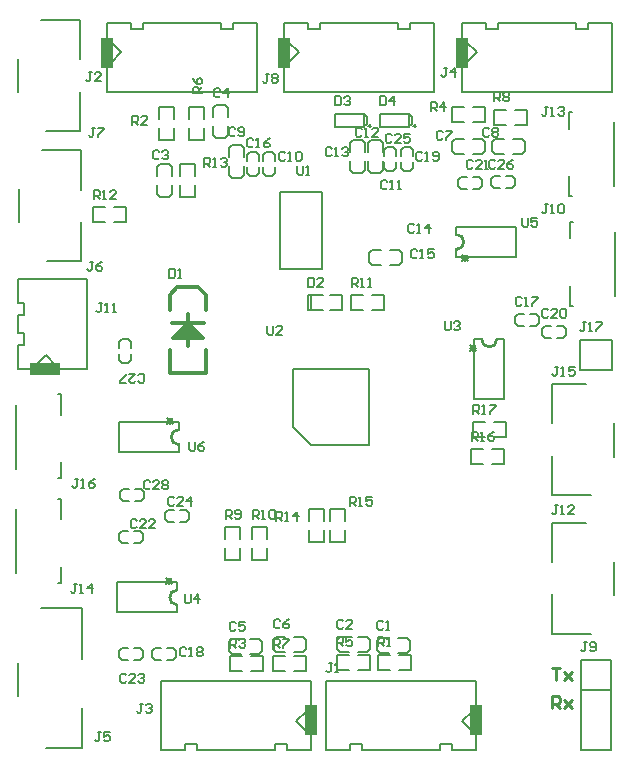
<source format=gto>
G04*
G04 #@! TF.GenerationSoftware,Altium Limited,Altium Designer,18.1.9 (240)*
G04*
G04 Layer_Color=65535*
%FSLAX24Y24*%
%MOIN*%
G70*
G01*
G75*
%ADD10C,0.0100*%
%ADD11C,0.0050*%
%ADD12C,0.0080*%
%ADD13C,0.0060*%
%ADD14C,0.0079*%
%ADD15C,0.0120*%
%ADD16R,0.0400X0.1000*%
%ADD17R,0.1000X0.0400*%
G36*
X16051Y39246D02*
Y39506D01*
X15571D01*
Y39246D01*
X16051D01*
D01*
D02*
G37*
D10*
X24750Y42200D02*
G03*
X24750Y42700I0J250D01*
G01*
X15450Y30850D02*
G03*
X15450Y30350I0J-250D01*
G01*
X15500Y36194D02*
G03*
X15500Y35694I0J-250D01*
G01*
X25600Y39200D02*
G03*
X26100Y39200I250J0D01*
G01*
X27950Y28250D02*
X28217D01*
X28083D01*
Y27850D01*
X28350Y28117D02*
X28616Y27850D01*
X28483Y27983D01*
X28616Y28117D01*
X28350Y27850D01*
X27950Y26900D02*
Y27300D01*
X28150D01*
X28217Y27233D01*
Y27100D01*
X28150Y27033D01*
X27950D01*
X28083D02*
X28217Y26900D01*
X28350Y27167D02*
X28616Y26900D01*
X28483Y27033D01*
X28616Y27167D01*
X28350Y26900D01*
D11*
X17772Y44745D02*
Y44945D01*
Y44745D02*
X17872Y44645D01*
X18072D01*
X18172Y44745D01*
Y44945D01*
X17772Y45145D02*
Y45345D01*
X17872Y45445D01*
X18022D01*
X18072D01*
X18172Y45345D01*
Y45145D02*
Y45345D01*
X15166Y45050D02*
X15266Y44950D01*
Y44650D02*
Y44950D01*
X14766Y44650D02*
Y44950D01*
X14866Y45050D01*
X15166D01*
Y43950D02*
X15266Y44050D01*
Y44350D01*
X14766Y44050D02*
Y44350D01*
Y44050D02*
X14866Y43950D01*
X15166D01*
X21805Y44850D02*
X21905Y44750D01*
X21805Y44850D02*
Y45150D01*
X22305Y44850D02*
Y45150D01*
X22205Y44750D02*
X22305Y44850D01*
X21905Y44750D02*
X22205D01*
X21805Y45750D02*
X21905Y45850D01*
X21805Y45450D02*
Y45750D01*
X22305Y45450D02*
Y45750D01*
X22205Y45850D02*
X22305Y45750D01*
X21905Y45850D02*
X22205D01*
X21216Y44850D02*
X21316Y44750D01*
X21216Y44850D02*
Y45150D01*
X21716Y44850D02*
Y45150D01*
X21616Y44750D02*
X21716Y44850D01*
X21316Y44750D02*
X21616D01*
X21216Y45750D02*
X21316Y45850D01*
X21216Y45450D02*
Y45750D01*
X21716Y45450D02*
Y45750D01*
X21616Y45850D02*
X21716Y45750D01*
X21316Y45850D02*
X21616D01*
X22850Y41675D02*
X22950Y41775D01*
X22550Y41675D02*
X22850D01*
X22550Y42175D02*
X22850D01*
X22950Y42075D01*
Y41775D02*
Y42075D01*
X21850Y41775D02*
X21950Y41675D01*
X22250D01*
X21950Y42175D02*
X22250D01*
X21850Y42075D02*
X21950Y42175D01*
X21850Y41775D02*
Y42075D01*
X22900Y44900D02*
Y45100D01*
Y44900D02*
X23000Y44800D01*
X23200D01*
X23300Y44900D01*
Y45100D01*
X22900Y45300D02*
Y45500D01*
X23000Y45600D01*
X23150D01*
X23200D01*
X23300Y45500D01*
Y45300D02*
Y45500D01*
X26396Y44250D02*
X26596D01*
X26696Y44350D01*
Y44550D01*
X26596Y44650D02*
X26696Y44550D01*
X26396Y44650D02*
X26596D01*
X25996Y44250D02*
X26196D01*
X25896Y44350D02*
X25996Y44250D01*
X25896Y44350D02*
Y44500D01*
Y44550D01*
X25996Y44650D01*
X26196D01*
X25300Y44200D02*
X25500D01*
X25600Y44300D01*
Y44500D01*
X25500Y44600D02*
X25600Y44500D01*
X25300Y44600D02*
X25500D01*
X24900Y44200D02*
X25100D01*
X24800Y44300D02*
X24900Y44200D01*
X24800Y44300D02*
Y44450D01*
Y44500D01*
X24900Y44600D01*
X25100D01*
X25950Y45795D02*
X26050Y45895D01*
X26350D01*
X26050Y45395D02*
X26350D01*
X25950Y45495D02*
X26050Y45395D01*
X25950Y45495D02*
Y45795D01*
X26950Y45895D02*
X27050Y45795D01*
X26650Y45895D02*
X26950D01*
X26650Y45395D02*
X26950D01*
X27050Y45495D01*
Y45795D01*
X24600D02*
X24700Y45895D01*
X25000D01*
X24700Y45395D02*
X25000D01*
X24600Y45495D02*
X24700Y45395D01*
X24600Y45495D02*
Y45795D01*
X25600Y45895D02*
X25700Y45795D01*
X25300Y45895D02*
X25600D01*
X25300Y45395D02*
X25600D01*
X25700Y45495D01*
Y45795D01*
X22350Y44900D02*
Y45100D01*
Y44900D02*
X22450Y44800D01*
X22650D01*
X22750Y44900D01*
Y45100D01*
X22350Y45300D02*
Y45500D01*
X22450Y45600D01*
X22600D01*
X22650D01*
X22750Y45500D01*
Y45300D02*
Y45500D01*
X13600Y32800D02*
X13800D01*
X13500Y32700D02*
X13600Y32800D01*
X13500Y32500D02*
Y32700D01*
Y32500D02*
X13600Y32400D01*
X13800D01*
X14000Y32800D02*
X14200D01*
X14300Y32700D01*
Y32550D02*
Y32700D01*
Y32500D02*
Y32550D01*
X14200Y32400D02*
X14300Y32500D01*
X14000Y32400D02*
X14200D01*
X13500Y38500D02*
Y38700D01*
Y38500D02*
X13600Y38400D01*
X13800D01*
X13900Y38500D01*
Y38700D01*
X13500Y38900D02*
Y39100D01*
X13600Y39200D01*
X13750D01*
X13800D01*
X13900Y39100D01*
Y38900D02*
Y39100D01*
X15550Y33100D02*
X15750D01*
X15850Y33200D01*
Y33400D01*
X15750Y33500D02*
X15850Y33400D01*
X15550Y33500D02*
X15750D01*
X15150Y33100D02*
X15350D01*
X15050Y33200D02*
X15150Y33100D01*
X15050Y33200D02*
Y33350D01*
Y33400D01*
X15150Y33500D01*
X15350D01*
X13650Y34200D02*
X13850D01*
X13550Y34100D02*
X13650Y34200D01*
X13550Y33900D02*
Y34100D01*
Y33900D02*
X13650Y33800D01*
X13850D01*
X14050Y34200D02*
X14250D01*
X14350Y34100D01*
Y33950D02*
Y34100D01*
Y33900D02*
Y33950D01*
X14250Y33800D02*
X14350Y33900D01*
X14050Y33800D02*
X14250D01*
X14700Y28900D02*
X14900D01*
X14600Y28800D02*
X14700Y28900D01*
X14600Y28600D02*
Y28800D01*
Y28600D02*
X14700Y28500D01*
X14900D01*
X15100Y28900D02*
X15300D01*
X15400Y28800D01*
Y28650D02*
Y28800D01*
Y28600D02*
Y28650D01*
X15300Y28500D02*
X15400Y28600D01*
X15100Y28500D02*
X15300D01*
X13600Y28900D02*
X13800D01*
X13500Y28800D02*
X13600Y28900D01*
X13500Y28600D02*
Y28800D01*
Y28600D02*
X13600Y28500D01*
X13800D01*
X14000Y28900D02*
X14200D01*
X14300Y28800D01*
Y28650D02*
Y28800D01*
Y28600D02*
Y28650D01*
X14200Y28500D02*
X14300Y28600D01*
X14000Y28500D02*
X14200D01*
X20765Y29180D02*
X20865Y29280D01*
X21165D01*
X20865Y28780D02*
X21165D01*
X20765Y28880D02*
X20865Y28780D01*
X20765Y28880D02*
Y29180D01*
X21765Y29280D02*
X21865Y29180D01*
X21465Y29280D02*
X21765D01*
X21465Y28780D02*
X21765D01*
X21865Y28880D01*
Y29180D01*
X22100Y29150D02*
X22200Y29250D01*
X22500D01*
X22200Y28750D02*
X22500D01*
X22100Y28850D02*
X22200Y28750D01*
X22100Y28850D02*
Y29150D01*
X23100Y29250D02*
X23200Y29150D01*
X22800Y29250D02*
X23100D01*
X22800Y28750D02*
X23100D01*
X23200Y28850D01*
Y29150D01*
X18650Y29197D02*
X18750Y29297D01*
X19050D01*
X18750Y28797D02*
X19050D01*
X18650Y28897D02*
X18750Y28797D01*
X18650Y28897D02*
Y29197D01*
X19650Y29297D02*
X19750Y29197D01*
X19350Y29297D02*
X19650D01*
X19350Y28797D02*
X19650D01*
X19750Y28897D01*
Y29197D01*
X17184Y29125D02*
X17284Y29225D01*
X17584D01*
X17284Y28725D02*
X17584D01*
X17184Y28825D02*
X17284Y28725D01*
X17184Y28825D02*
Y29125D01*
X18184Y29225D02*
X18284Y29125D01*
X17884Y29225D02*
X18184D01*
X17884Y28725D02*
X18184D01*
X18284Y28825D01*
Y29125D01*
X16650Y46000D02*
X16750Y45900D01*
X16650Y46000D02*
Y46300D01*
X17150Y46000D02*
Y46300D01*
X17050Y45900D02*
X17150Y46000D01*
X16750Y45900D02*
X17050D01*
X16650Y46900D02*
X16750Y47000D01*
X16650Y46600D02*
Y46900D01*
X17150Y46600D02*
Y46900D01*
X17050Y47000D02*
X17150Y46900D01*
X16750Y47000D02*
X17050D01*
X17572Y45693D02*
X17672Y45593D01*
Y45293D02*
Y45593D01*
X17172Y45293D02*
Y45593D01*
X17272Y45693D01*
X17572D01*
Y44593D02*
X17672Y44693D01*
Y44993D01*
X17172Y44693D02*
Y44993D01*
Y44693D02*
X17272Y44593D01*
X17572D01*
X21820Y46320D02*
X21900D01*
X21860Y46270D02*
Y46370D01*
X23320Y46320D02*
X23400D01*
X23360Y46270D02*
Y46370D01*
X27200Y39650D02*
X27400D01*
X27500Y39750D01*
Y39950D01*
X27400Y40050D02*
X27500Y39950D01*
X27200Y40050D02*
X27400D01*
X26800Y39650D02*
X27000D01*
X26700Y39750D02*
X26800Y39650D01*
X26700Y39750D02*
Y39900D01*
Y39950D01*
X26800Y40050D01*
X27000D01*
X27700Y39650D02*
X27900D01*
X27600Y39550D02*
X27700Y39650D01*
X27600Y39350D02*
Y39550D01*
Y39350D02*
X27700Y39250D01*
X27900D01*
X28100Y39650D02*
X28300D01*
X28400Y39550D01*
Y39400D02*
Y39550D01*
Y39350D02*
Y39400D01*
X28300Y39250D02*
X28400Y39350D01*
X28100Y39250D02*
X28300D01*
X18322Y44745D02*
Y44945D01*
Y44745D02*
X18422Y44645D01*
X18472D01*
X18622D01*
X18722Y44745D01*
Y44945D01*
X18322Y45145D02*
Y45345D01*
X18422Y45445D01*
X18622D01*
X18722Y45345D01*
Y45145D02*
Y45345D01*
X24940Y41810D02*
X25140Y42010D01*
Y41810D02*
X24940Y42010D01*
X25040Y41810D02*
Y42010D01*
X25140Y41910D02*
X24940D01*
X15260Y31240D02*
X15060Y31040D01*
Y31240D02*
X15260Y31040D01*
X15160Y31240D02*
Y31040D01*
X15060Y31140D02*
X15260D01*
X15310Y36584D02*
X15110Y36384D01*
Y36584D02*
X15310Y36384D01*
X15210Y36584D02*
Y36384D01*
X15110Y36484D02*
X15310D01*
X25210Y39010D02*
X25410Y38810D01*
X25210D02*
X25410Y39010D01*
X25210Y38910D02*
X25410D01*
X25310Y38810D02*
Y39010D01*
X14300Y27050D02*
X14200D01*
X14250D01*
Y26800D01*
X14200Y26750D01*
X14150D01*
X14100Y26800D01*
X14400Y27000D02*
X14450Y27050D01*
X14550D01*
X14600Y27000D01*
Y26950D01*
X14550Y26900D01*
X14500D01*
X14550D01*
X14600Y26850D01*
Y26800D01*
X14550Y26750D01*
X14450D01*
X14400Y26800D01*
X12600Y48100D02*
X12500D01*
X12550D01*
Y47850D01*
X12500Y47800D01*
X12450D01*
X12400Y47850D01*
X12900Y47800D02*
X12700D01*
X12900Y48000D01*
Y48050D01*
X12850Y48100D01*
X12750D01*
X12700Y48050D01*
X15850Y35794D02*
Y35544D01*
X15900Y35494D01*
X16000D01*
X16050Y35544D01*
Y35794D01*
X16350D02*
X16250Y35744D01*
X16150Y35644D01*
Y35544D01*
X16200Y35494D01*
X16300D01*
X16350Y35544D01*
Y35594D01*
X16300Y35644D01*
X16150D01*
X26946Y43250D02*
Y43000D01*
X26996Y42950D01*
X27096D01*
X27146Y43000D01*
Y43250D01*
X27446D02*
X27246D01*
Y43100D01*
X27346Y43150D01*
X27396D01*
X27446Y43100D01*
Y43000D01*
X27396Y42950D01*
X27296D01*
X27246Y43000D01*
X15700Y30700D02*
Y30450D01*
X15750Y30400D01*
X15850D01*
X15900Y30450D01*
Y30700D01*
X16150Y30400D02*
Y30700D01*
X16000Y30550D01*
X16200D01*
X24360Y39800D02*
Y39550D01*
X24410Y39500D01*
X24510D01*
X24560Y39550D01*
Y39800D01*
X24660Y39750D02*
X24710Y39800D01*
X24810D01*
X24860Y39750D01*
Y39700D01*
X24810Y39650D01*
X24760D01*
X24810D01*
X24860Y39600D01*
Y39550D01*
X24810Y39500D01*
X24710D01*
X24660Y39550D01*
X18458Y39665D02*
Y39415D01*
X18508Y39365D01*
X18608D01*
X18658Y39415D01*
Y39665D01*
X18958Y39365D02*
X18758D01*
X18958Y39565D01*
Y39615D01*
X18908Y39665D01*
X18808D01*
X18758Y39615D01*
X19450Y44995D02*
Y44745D01*
X19500Y44695D01*
X19600D01*
X19650Y44745D01*
Y44995D01*
X19750Y44695D02*
X19850D01*
X19800D01*
Y44995D01*
X19750Y44945D01*
X25320Y36730D02*
Y37030D01*
X25470D01*
X25520Y36980D01*
Y36880D01*
X25470Y36830D01*
X25320D01*
X25420D02*
X25520Y36730D01*
X25620D02*
X25720D01*
X25670D01*
Y37030D01*
X25620Y36980D01*
X25870Y37030D02*
X26070D01*
Y36980D01*
X25870Y36780D01*
Y36730D01*
X25266Y35830D02*
Y36130D01*
X25416D01*
X25466Y36080D01*
Y35980D01*
X25416Y35930D01*
X25266D01*
X25366D02*
X25466Y35830D01*
X25566D02*
X25666D01*
X25616D01*
Y36130D01*
X25566Y36080D01*
X26016Y36130D02*
X25916Y36080D01*
X25816Y35980D01*
Y35880D01*
X25866Y35830D01*
X25966D01*
X26016Y35880D01*
Y35930D01*
X25966Y35980D01*
X25816D01*
X21195Y33650D02*
Y33950D01*
X21345D01*
X21395Y33900D01*
Y33800D01*
X21345Y33750D01*
X21195D01*
X21295D02*
X21395Y33650D01*
X21495D02*
X21595D01*
X21545D01*
Y33950D01*
X21495Y33900D01*
X21945Y33950D02*
X21745D01*
Y33800D01*
X21845Y33850D01*
X21895D01*
X21945Y33800D01*
Y33700D01*
X21895Y33650D01*
X21795D01*
X21745Y33700D01*
X18750Y33150D02*
Y33450D01*
X18900D01*
X18950Y33400D01*
Y33300D01*
X18900Y33250D01*
X18750D01*
X18850D02*
X18950Y33150D01*
X19050D02*
X19150D01*
X19100D01*
Y33450D01*
X19050Y33400D01*
X19450Y33150D02*
Y33450D01*
X19300Y33300D01*
X19500D01*
X16350Y44950D02*
Y45250D01*
X16500D01*
X16550Y45200D01*
Y45100D01*
X16500Y45050D01*
X16350D01*
X16450D02*
X16550Y44950D01*
X16650D02*
X16750D01*
X16700D01*
Y45250D01*
X16650Y45200D01*
X16900D02*
X16950Y45250D01*
X17050D01*
X17100Y45200D01*
Y45150D01*
X17050Y45100D01*
X17000D01*
X17050D01*
X17100Y45050D01*
Y45000D01*
X17050Y44950D01*
X16950D01*
X16900Y45000D01*
X12670Y43880D02*
Y44180D01*
X12820D01*
X12870Y44130D01*
Y44030D01*
X12820Y43980D01*
X12670D01*
X12770D02*
X12870Y43880D01*
X12970D02*
X13070D01*
X13020D01*
Y44180D01*
X12970Y44130D01*
X13420Y43880D02*
X13220D01*
X13420Y44080D01*
Y44130D01*
X13370Y44180D01*
X13270D01*
X13220Y44130D01*
X21266Y40955D02*
Y41255D01*
X21416D01*
X21466Y41205D01*
Y41105D01*
X21416Y41055D01*
X21266D01*
X21366D02*
X21466Y40955D01*
X21566D02*
X21666D01*
X21616D01*
Y41255D01*
X21566Y41205D01*
X21816Y40955D02*
X21916D01*
X21866D01*
Y41255D01*
X21816Y41205D01*
X17970Y33230D02*
Y33530D01*
X18120D01*
X18170Y33480D01*
Y33380D01*
X18120Y33330D01*
X17970D01*
X18070D02*
X18170Y33230D01*
X18270D02*
X18370D01*
X18320D01*
Y33530D01*
X18270Y33480D01*
X18520D02*
X18570Y33530D01*
X18670D01*
X18720Y33480D01*
Y33280D01*
X18670Y33230D01*
X18570D01*
X18520Y33280D01*
Y33480D01*
X17070Y33230D02*
Y33530D01*
X17220D01*
X17270Y33480D01*
Y33380D01*
X17220Y33330D01*
X17070D01*
X17170D02*
X17270Y33230D01*
X17370Y33280D02*
X17420Y33230D01*
X17520D01*
X17570Y33280D01*
Y33480D01*
X17520Y33530D01*
X17420D01*
X17370Y33480D01*
Y33430D01*
X17420Y33380D01*
X17570D01*
X26016Y47140D02*
Y47440D01*
X26166D01*
X26216Y47390D01*
Y47290D01*
X26166Y47240D01*
X26016D01*
X26116D02*
X26216Y47140D01*
X26316Y47390D02*
X26366Y47440D01*
X26466D01*
X26516Y47390D01*
Y47340D01*
X26466Y47290D01*
X26516Y47240D01*
Y47190D01*
X26466Y47140D01*
X26366D01*
X26316Y47190D01*
Y47240D01*
X26366Y47290D01*
X26316Y47340D01*
Y47390D01*
X26366Y47290D02*
X26466D01*
X18670Y28927D02*
Y29227D01*
X18820D01*
X18870Y29177D01*
Y29077D01*
X18820Y29027D01*
X18670D01*
X18770D02*
X18870Y28927D01*
X18970Y29227D02*
X19170D01*
Y29177D01*
X18970Y28977D01*
Y28927D01*
X16260Y47400D02*
X15960D01*
Y47550D01*
X16010Y47600D01*
X16110D01*
X16160Y47550D01*
Y47400D01*
Y47500D02*
X16260Y47600D01*
X15960Y47900D02*
X16010Y47800D01*
X16110Y47700D01*
X16210D01*
X16260Y47750D01*
Y47850D01*
X16210Y47900D01*
X16160D01*
X16110Y47850D01*
Y47700D01*
X20781Y28977D02*
Y29277D01*
X20931D01*
X20981Y29227D01*
Y29127D01*
X20931Y29077D01*
X20781D01*
X20881D02*
X20981Y28977D01*
X21281Y29277D02*
X21081D01*
Y29127D01*
X21181Y29177D01*
X21231D01*
X21281Y29127D01*
Y29027D01*
X21231Y28977D01*
X21131D01*
X21081Y29027D01*
X23900Y46800D02*
Y47100D01*
X24050D01*
X24100Y47050D01*
Y46950D01*
X24050Y46900D01*
X23900D01*
X24000D02*
X24100Y46800D01*
X24350D02*
Y47100D01*
X24200Y46950D01*
X24400D01*
X17220Y28925D02*
Y29225D01*
X17370D01*
X17420Y29175D01*
Y29075D01*
X17370Y29025D01*
X17220D01*
X17320D02*
X17420Y28925D01*
X17520Y29175D02*
X17570Y29225D01*
X17670D01*
X17720Y29175D01*
Y29125D01*
X17670Y29075D01*
X17620D01*
X17670D01*
X17720Y29025D01*
Y28975D01*
X17670Y28925D01*
X17570D01*
X17520Y28975D01*
X13950Y46350D02*
Y46650D01*
X14100D01*
X14150Y46600D01*
Y46500D01*
X14100Y46450D01*
X13950D01*
X14050D02*
X14150Y46350D01*
X14450D02*
X14250D01*
X14450Y46550D01*
Y46600D01*
X14400Y46650D01*
X14300D01*
X14250Y46600D01*
X22143Y28975D02*
Y29275D01*
X22293D01*
X22343Y29225D01*
Y29125D01*
X22293Y29075D01*
X22143D01*
X22243D02*
X22343Y28975D01*
X22443D02*
X22543D01*
X22493D01*
Y29275D01*
X22443Y29225D01*
X29060Y39781D02*
X28960D01*
X29010D01*
Y39531D01*
X28960Y39481D01*
X28910D01*
X28860Y39531D01*
X29160Y39481D02*
X29260D01*
X29210D01*
Y39781D01*
X29160Y39731D01*
X29410Y39781D02*
X29610D01*
Y39731D01*
X29410Y39531D01*
Y39481D01*
X12150Y34550D02*
X12050D01*
X12100D01*
Y34300D01*
X12050Y34250D01*
X12000D01*
X11950Y34300D01*
X12250Y34250D02*
X12350D01*
X12300D01*
Y34550D01*
X12250Y34500D01*
X12700Y34550D02*
X12600Y34500D01*
X12500Y34400D01*
Y34300D01*
X12550Y34250D01*
X12650D01*
X12700Y34300D01*
Y34350D01*
X12650Y34400D01*
X12500D01*
X28150Y38288D02*
X28050D01*
X28100D01*
Y38038D01*
X28050Y37988D01*
X28000D01*
X27950Y38038D01*
X28250Y37988D02*
X28350D01*
X28300D01*
Y38288D01*
X28250Y38238D01*
X28700Y38288D02*
X28500D01*
Y38138D01*
X28600Y38188D01*
X28650D01*
X28700Y38138D01*
Y38038D01*
X28650Y37988D01*
X28550D01*
X28500Y38038D01*
X12100Y31050D02*
X12000D01*
X12050D01*
Y30800D01*
X12000Y30750D01*
X11950D01*
X11900Y30800D01*
X12200Y30750D02*
X12300D01*
X12250D01*
Y31050D01*
X12200Y31000D01*
X12600Y30750D02*
Y31050D01*
X12450Y30900D01*
X12650D01*
X27800Y46950D02*
X27700D01*
X27750D01*
Y46700D01*
X27700Y46650D01*
X27650D01*
X27600Y46700D01*
X27900Y46650D02*
X28000D01*
X27950D01*
Y46950D01*
X27900Y46900D01*
X28150D02*
X28200Y46950D01*
X28300D01*
X28350Y46900D01*
Y46850D01*
X28300Y46800D01*
X28250D01*
X28300D01*
X28350Y46750D01*
Y46700D01*
X28300Y46650D01*
X28200D01*
X28150Y46700D01*
X28142Y33678D02*
X28042D01*
X28092D01*
Y33428D01*
X28042Y33378D01*
X27992D01*
X27942Y33428D01*
X28242Y33378D02*
X28342D01*
X28292D01*
Y33678D01*
X28242Y33628D01*
X28691Y33378D02*
X28492D01*
X28691Y33578D01*
Y33628D01*
X28642Y33678D01*
X28542D01*
X28492Y33628D01*
X12950Y40400D02*
X12850D01*
X12900D01*
Y40150D01*
X12850Y40100D01*
X12800D01*
X12750Y40150D01*
X13050Y40100D02*
X13150D01*
X13100D01*
Y40400D01*
X13050Y40350D01*
X13300Y40100D02*
X13400D01*
X13350D01*
Y40400D01*
X13300Y40350D01*
X27800Y43700D02*
X27700D01*
X27750D01*
Y43450D01*
X27700Y43400D01*
X27650D01*
X27600Y43450D01*
X27900Y43400D02*
X28000D01*
X27950D01*
Y43700D01*
X27900Y43650D01*
X28150D02*
X28200Y43700D01*
X28300D01*
X28350Y43650D01*
Y43450D01*
X28300Y43400D01*
X28200D01*
X28150Y43450D01*
Y43650D01*
X29100Y29100D02*
X29000D01*
X29050D01*
Y28850D01*
X29000Y28800D01*
X28950D01*
X28900Y28850D01*
X29200D02*
X29250Y28800D01*
X29350D01*
X29400Y28850D01*
Y29050D01*
X29350Y29100D01*
X29250D01*
X29200Y29050D01*
Y29000D01*
X29250Y28950D01*
X29400D01*
X18500Y48050D02*
X18400D01*
X18450D01*
Y47800D01*
X18400Y47750D01*
X18350D01*
X18300Y47800D01*
X18600Y48000D02*
X18650Y48050D01*
X18750D01*
X18800Y48000D01*
Y47950D01*
X18750Y47900D01*
X18800Y47850D01*
Y47800D01*
X18750Y47750D01*
X18650D01*
X18600Y47800D01*
Y47850D01*
X18650Y47900D01*
X18600Y47950D01*
Y48000D01*
X18650Y47900D02*
X18750D01*
X12708Y46252D02*
X12608D01*
X12658D01*
Y46002D01*
X12608Y45952D01*
X12558D01*
X12508Y46002D01*
X12808Y46252D02*
X13008D01*
Y46202D01*
X12808Y46002D01*
Y45952D01*
X12650Y41797D02*
X12550D01*
X12600D01*
Y41547D01*
X12550Y41497D01*
X12500D01*
X12450Y41547D01*
X12950Y41797D02*
X12850Y41747D01*
X12750Y41647D01*
Y41547D01*
X12800Y41497D01*
X12900D01*
X12950Y41547D01*
Y41597D01*
X12900Y41647D01*
X12750D01*
X12900Y26100D02*
X12800D01*
X12850D01*
Y25850D01*
X12800Y25800D01*
X12750D01*
X12700Y25850D01*
X13200Y26100D02*
X13000D01*
Y25950D01*
X13100Y26000D01*
X13150D01*
X13200Y25950D01*
Y25850D01*
X13150Y25800D01*
X13050D01*
X13000Y25850D01*
X24450Y48250D02*
X24350D01*
X24400D01*
Y48000D01*
X24350Y47950D01*
X24300D01*
X24250Y48000D01*
X24700Y47950D02*
Y48250D01*
X24550Y48100D01*
X24750D01*
X20625Y28400D02*
X20525D01*
X20575D01*
Y28150D01*
X20525Y28100D01*
X20475D01*
X20425Y28150D01*
X20725Y28100D02*
X20825D01*
X20775D01*
Y28400D01*
X20725Y28350D01*
X22225Y47300D02*
Y47000D01*
X22375D01*
X22425Y47050D01*
Y47250D01*
X22375Y47300D01*
X22225D01*
X22675Y47000D02*
Y47300D01*
X22525Y47150D01*
X22725D01*
X20725Y47300D02*
Y47000D01*
X20875D01*
X20925Y47050D01*
Y47250D01*
X20875Y47300D01*
X20725D01*
X21025Y47250D02*
X21075Y47300D01*
X21175D01*
X21225Y47250D01*
Y47200D01*
X21175Y47150D01*
X21125D01*
X21175D01*
X21225Y47100D01*
Y47050D01*
X21175Y47000D01*
X21075D01*
X21025Y47050D01*
X19820Y41255D02*
Y40955D01*
X19970D01*
X20020Y41005D01*
Y41205D01*
X19970Y41255D01*
X19820D01*
X20320Y40955D02*
X20120D01*
X20320Y41155D01*
Y41205D01*
X20270Y41255D01*
X20170D01*
X20120Y41205D01*
X15190Y41556D02*
Y41256D01*
X15340D01*
X15390Y41306D01*
Y41506D01*
X15340Y41556D01*
X15190D01*
X15490Y41256D02*
X15590D01*
X15540D01*
Y41556D01*
X15490Y41506D01*
X14550Y34450D02*
X14500Y34500D01*
X14400D01*
X14350Y34450D01*
Y34250D01*
X14400Y34200D01*
X14500D01*
X14550Y34250D01*
X14850Y34200D02*
X14650D01*
X14850Y34400D01*
Y34450D01*
X14800Y34500D01*
X14700D01*
X14650Y34450D01*
X14950D02*
X15000Y34500D01*
X15100D01*
X15150Y34450D01*
Y34400D01*
X15100Y34350D01*
X15150Y34300D01*
Y34250D01*
X15100Y34200D01*
X15000D01*
X14950Y34250D01*
Y34300D01*
X15000Y34350D01*
X14950Y34400D01*
Y34450D01*
X15000Y34350D02*
X15100D01*
X14150Y37800D02*
X14200Y37750D01*
X14300D01*
X14350Y37800D01*
Y38000D01*
X14300Y38050D01*
X14200D01*
X14150Y38000D01*
X13850Y38050D02*
X14050D01*
X13850Y37850D01*
Y37800D01*
X13900Y37750D01*
X14000D01*
X14050Y37800D01*
X13750Y37750D02*
X13550D01*
Y37800D01*
X13750Y38000D01*
Y38050D01*
X26050Y45145D02*
X26000Y45195D01*
X25900D01*
X25850Y45145D01*
Y44945D01*
X25900Y44895D01*
X26000D01*
X26050Y44945D01*
X26350Y44895D02*
X26150D01*
X26350Y45095D01*
Y45145D01*
X26300Y45195D01*
X26200D01*
X26150Y45145D01*
X26650Y45195D02*
X26550Y45145D01*
X26450Y45045D01*
Y44945D01*
X26500Y44895D01*
X26600D01*
X26650Y44945D01*
Y44995D01*
X26600Y45045D01*
X26450D01*
X22600Y46000D02*
X22550Y46050D01*
X22450D01*
X22400Y46000D01*
Y45800D01*
X22450Y45750D01*
X22550D01*
X22600Y45800D01*
X22900Y45750D02*
X22700D01*
X22900Y45950D01*
Y46000D01*
X22850Y46050D01*
X22750D01*
X22700Y46000D01*
X23200Y46050D02*
X23000D01*
Y45900D01*
X23100Y45950D01*
X23150D01*
X23200Y45900D01*
Y45800D01*
X23150Y45750D01*
X23050D01*
X23000Y45800D01*
X15350Y33900D02*
X15300Y33950D01*
X15200D01*
X15150Y33900D01*
Y33700D01*
X15200Y33650D01*
X15300D01*
X15350Y33700D01*
X15650Y33650D02*
X15450D01*
X15650Y33850D01*
Y33900D01*
X15600Y33950D01*
X15500D01*
X15450Y33900D01*
X15900Y33650D02*
Y33950D01*
X15750Y33800D01*
X15950D01*
X13750Y28000D02*
X13700Y28050D01*
X13600D01*
X13550Y28000D01*
Y27800D01*
X13600Y27750D01*
X13700D01*
X13750Y27800D01*
X14050Y27750D02*
X13850D01*
X14050Y27950D01*
Y28000D01*
X14000Y28050D01*
X13900D01*
X13850Y28000D01*
X14150D02*
X14200Y28050D01*
X14300D01*
X14350Y28000D01*
Y27950D01*
X14300Y27900D01*
X14250D01*
X14300D01*
X14350Y27850D01*
Y27800D01*
X14300Y27750D01*
X14200D01*
X14150Y27800D01*
X14100Y33150D02*
X14050Y33200D01*
X13950D01*
X13900Y33150D01*
Y32950D01*
X13950Y32900D01*
X14050D01*
X14100Y32950D01*
X14400Y32900D02*
X14200D01*
X14400Y33100D01*
Y33150D01*
X14350Y33200D01*
X14250D01*
X14200Y33150D01*
X14700Y32900D02*
X14500D01*
X14700Y33100D01*
Y33150D01*
X14650Y33200D01*
X14550D01*
X14500Y33150D01*
X25300Y45145D02*
X25250Y45195D01*
X25150D01*
X25100Y45145D01*
Y44945D01*
X25150Y44895D01*
X25250D01*
X25300Y44945D01*
X25600Y44895D02*
X25400D01*
X25600Y45095D01*
Y45145D01*
X25550Y45195D01*
X25450D01*
X25400Y45145D01*
X25700Y44895D02*
X25800D01*
X25750D01*
Y45195D01*
X25700Y45145D01*
X27820Y40180D02*
X27770Y40230D01*
X27670D01*
X27620Y40180D01*
Y39980D01*
X27670Y39930D01*
X27770D01*
X27820Y39980D01*
X28120Y39930D02*
X27920D01*
X28120Y40130D01*
Y40180D01*
X28070Y40230D01*
X27970D01*
X27920Y40180D01*
X28220D02*
X28270Y40230D01*
X28370D01*
X28420Y40180D01*
Y39980D01*
X28370Y39930D01*
X28270D01*
X28220Y39980D01*
Y40180D01*
X23615Y45400D02*
X23565Y45450D01*
X23465D01*
X23415Y45400D01*
Y45200D01*
X23465Y45150D01*
X23565D01*
X23615Y45200D01*
X23715Y45150D02*
X23815D01*
X23765D01*
Y45450D01*
X23715Y45400D01*
X23965Y45200D02*
X24015Y45150D01*
X24115D01*
X24165Y45200D01*
Y45400D01*
X24115Y45450D01*
X24015D01*
X23965Y45400D01*
Y45350D01*
X24015Y45300D01*
X24165D01*
X15750Y28892D02*
X15700Y28942D01*
X15600D01*
X15550Y28892D01*
Y28692D01*
X15600Y28642D01*
X15700D01*
X15750Y28692D01*
X15850Y28642D02*
X15950D01*
X15900D01*
Y28942D01*
X15850Y28892D01*
X16100D02*
X16150Y28942D01*
X16250D01*
X16300Y28892D01*
Y28842D01*
X16250Y28792D01*
X16300Y28742D01*
Y28692D01*
X16250Y28642D01*
X16150D01*
X16100Y28692D01*
Y28742D01*
X16150Y28792D01*
X16100Y28842D01*
Y28892D01*
X16150Y28792D02*
X16250D01*
X26930Y40570D02*
X26880Y40620D01*
X26780D01*
X26730Y40570D01*
Y40370D01*
X26780Y40320D01*
X26880D01*
X26930Y40370D01*
X27030Y40320D02*
X27130D01*
X27080D01*
Y40620D01*
X27030Y40570D01*
X27280Y40620D02*
X27480D01*
Y40570D01*
X27280Y40370D01*
Y40320D01*
X17981Y45850D02*
X17931Y45900D01*
X17831D01*
X17781Y45850D01*
Y45650D01*
X17831Y45600D01*
X17931D01*
X17981Y45650D01*
X18081Y45600D02*
X18181D01*
X18131D01*
Y45900D01*
X18081Y45850D01*
X18530Y45900D02*
X18430Y45850D01*
X18330Y45750D01*
Y45650D01*
X18380Y45600D01*
X18480D01*
X18530Y45650D01*
Y45700D01*
X18480Y45750D01*
X18330D01*
X23450Y42150D02*
X23400Y42200D01*
X23300D01*
X23250Y42150D01*
Y41950D01*
X23300Y41900D01*
X23400D01*
X23450Y41950D01*
X23550Y41900D02*
X23650D01*
X23600D01*
Y42200D01*
X23550Y42150D01*
X24000Y42200D02*
X23800D01*
Y42050D01*
X23900Y42100D01*
X23950D01*
X24000Y42050D01*
Y41950D01*
X23950Y41900D01*
X23850D01*
X23800Y41950D01*
X23350Y43000D02*
X23300Y43050D01*
X23200D01*
X23150Y43000D01*
Y42800D01*
X23200Y42750D01*
X23300D01*
X23350Y42800D01*
X23450Y42750D02*
X23550D01*
X23500D01*
Y43050D01*
X23450Y43000D01*
X23850Y42750D02*
Y43050D01*
X23700Y42900D01*
X23900D01*
X20600Y45550D02*
X20550Y45600D01*
X20450D01*
X20400Y45550D01*
Y45350D01*
X20450Y45300D01*
X20550D01*
X20600Y45350D01*
X20700Y45300D02*
X20800D01*
X20750D01*
Y45600D01*
X20700Y45550D01*
X20950D02*
X21000Y45600D01*
X21100D01*
X21150Y45550D01*
Y45500D01*
X21100Y45450D01*
X21050D01*
X21100D01*
X21150Y45400D01*
Y45350D01*
X21100Y45300D01*
X21000D01*
X20950Y45350D01*
X21600Y46200D02*
X21550Y46250D01*
X21450D01*
X21400Y46200D01*
Y46000D01*
X21450Y45950D01*
X21550D01*
X21600Y46000D01*
X21700Y45950D02*
X21800D01*
X21750D01*
Y46250D01*
X21700Y46200D01*
X22150Y45950D02*
X21950D01*
X22150Y46150D01*
Y46200D01*
X22100Y46250D01*
X22000D01*
X21950Y46200D01*
X22450Y44450D02*
X22400Y44500D01*
X22300D01*
X22250Y44450D01*
Y44250D01*
X22300Y44200D01*
X22400D01*
X22450Y44250D01*
X22550Y44200D02*
X22650D01*
X22600D01*
Y44500D01*
X22550Y44450D01*
X22800Y44200D02*
X22900D01*
X22850D01*
Y44500D01*
X22800Y44450D01*
X19050Y45400D02*
X19000Y45450D01*
X18900D01*
X18850Y45400D01*
Y45200D01*
X18900Y45150D01*
X19000D01*
X19050Y45200D01*
X19150Y45150D02*
X19250D01*
X19200D01*
Y45450D01*
X19150Y45400D01*
X19400D02*
X19450Y45450D01*
X19550D01*
X19600Y45400D01*
Y45200D01*
X19550Y45150D01*
X19450D01*
X19400Y45200D01*
Y45400D01*
X17392Y46223D02*
X17342Y46273D01*
X17242D01*
X17192Y46223D01*
Y46023D01*
X17242Y45973D01*
X17342D01*
X17392Y46023D01*
X17492D02*
X17542Y45973D01*
X17642D01*
X17692Y46023D01*
Y46223D01*
X17642Y46273D01*
X17542D01*
X17492Y46223D01*
Y46173D01*
X17542Y46123D01*
X17692D01*
X25850Y46200D02*
X25800Y46250D01*
X25700D01*
X25650Y46200D01*
Y46000D01*
X25700Y45950D01*
X25800D01*
X25850Y46000D01*
X25950Y46200D02*
X26000Y46250D01*
X26100D01*
X26150Y46200D01*
Y46150D01*
X26100Y46100D01*
X26150Y46050D01*
Y46000D01*
X26100Y45950D01*
X26000D01*
X25950Y46000D01*
Y46050D01*
X26000Y46100D01*
X25950Y46150D01*
Y46200D01*
X26000Y46100D02*
X26100D01*
X24300Y46100D02*
X24250Y46150D01*
X24150D01*
X24100Y46100D01*
Y45900D01*
X24150Y45850D01*
X24250D01*
X24300Y45900D01*
X24400Y46150D02*
X24600D01*
Y46100D01*
X24400Y45900D01*
Y45850D01*
X18880Y29817D02*
X18830Y29867D01*
X18730D01*
X18680Y29817D01*
Y29617D01*
X18730Y29567D01*
X18830D01*
X18880Y29617D01*
X19180Y29867D02*
X19080Y29817D01*
X18980Y29717D01*
Y29617D01*
X19030Y29567D01*
X19130D01*
X19180Y29617D01*
Y29667D01*
X19130Y29717D01*
X18980D01*
X17404Y29748D02*
X17354Y29798D01*
X17254D01*
X17204Y29748D01*
Y29548D01*
X17254Y29498D01*
X17354D01*
X17404Y29548D01*
X17704Y29798D02*
X17504D01*
Y29648D01*
X17604Y29698D01*
X17654D01*
X17704Y29648D01*
Y29548D01*
X17654Y29498D01*
X17554D01*
X17504Y29548D01*
X16880Y47520D02*
X16830Y47570D01*
X16730D01*
X16680Y47520D01*
Y47320D01*
X16730Y47270D01*
X16830D01*
X16880Y47320D01*
X17130Y47270D02*
Y47570D01*
X16980Y47420D01*
X17180D01*
X14850Y45450D02*
X14800Y45500D01*
X14700D01*
X14650Y45450D01*
Y45250D01*
X14700Y45200D01*
X14800D01*
X14850Y45250D01*
X14950Y45450D02*
X15000Y45500D01*
X15100D01*
X15150Y45450D01*
Y45400D01*
X15100Y45350D01*
X15050D01*
X15100D01*
X15150Y45300D01*
Y45250D01*
X15100Y45200D01*
X15000D01*
X14950Y45250D01*
X20986Y29805D02*
X20936Y29855D01*
X20836D01*
X20786Y29805D01*
Y29605D01*
X20836Y29555D01*
X20936D01*
X20986Y29605D01*
X21286Y29555D02*
X21086D01*
X21286Y29755D01*
Y29805D01*
X21236Y29855D01*
X21136D01*
X21086Y29805D01*
X22321Y29775D02*
X22271Y29825D01*
X22171D01*
X22121Y29775D01*
Y29575D01*
X22171Y29525D01*
X22271D01*
X22321Y29575D01*
X22421Y29525D02*
X22521D01*
X22471D01*
Y29825D01*
X22421Y29775D01*
D12*
X18878Y44104D02*
X20280D01*
Y41545D02*
Y44104D01*
X18878Y41545D02*
Y44104D01*
Y41545D02*
X20280D01*
X13226Y48424D02*
X13576Y48774D01*
X13226Y49124D02*
X13576Y48774D01*
X13100Y47450D02*
Y49750D01*
Y47450D02*
X18100D01*
Y49750D01*
X17300Y49550D02*
Y49750D01*
X16900Y49550D02*
X17300D01*
X16900D02*
Y49750D01*
X14300Y49550D02*
Y49750D01*
X13900Y49550D02*
X14300D01*
X13900D02*
Y49750D01*
X13100D02*
X13900D01*
X14300D02*
X16900D01*
X17300D02*
X18100D01*
X19151Y48424D02*
X19501Y48774D01*
X19151Y49124D02*
X19501Y48774D01*
X19025Y47450D02*
Y49750D01*
Y47450D02*
X24025D01*
Y49750D01*
X23225Y49550D02*
Y49750D01*
X22825Y49550D02*
X23225D01*
X22825D02*
Y49750D01*
X20225Y49550D02*
Y49750D01*
X19825Y49550D02*
X20225D01*
X19825D02*
Y49750D01*
X19025D02*
X19825D01*
X20225D02*
X22825D01*
X23225D02*
X24025D01*
X25076Y48424D02*
X25426Y48774D01*
X25076Y49124D02*
X25426Y48774D01*
X24950Y47450D02*
Y49750D01*
Y47450D02*
X29950D01*
Y49750D01*
X29150Y49550D02*
Y49750D01*
X28750Y49550D02*
X29150D01*
X28750D02*
Y49750D01*
X26150Y49550D02*
Y49750D01*
X25750Y49550D02*
X26150D01*
X25750D02*
Y49750D01*
X24950D02*
X25750D01*
X26150D02*
X28750D01*
X29150D02*
X29950D01*
X24750Y41950D02*
X26750D01*
Y42950D01*
X24750D02*
X26750D01*
X24750Y42700D02*
Y42950D01*
Y41950D02*
Y42200D01*
X19424Y26476D02*
X19774Y26826D01*
X19424Y26476D02*
X19774Y26126D01*
X19900Y25500D02*
Y27800D01*
X14900D02*
X19900D01*
X14900Y25500D02*
Y27800D01*
X15700Y25500D02*
Y25700D01*
X16100D01*
Y25500D02*
Y25700D01*
X18700Y25500D02*
Y25700D01*
X19100D01*
Y25500D02*
Y25700D01*
Y25500D02*
X19900D01*
X16100D02*
X18700D01*
X14900D02*
X15700D01*
X13450Y31100D02*
X15450D01*
X13450Y30100D02*
Y31100D01*
Y30100D02*
X15450D01*
Y30350D01*
Y30850D02*
Y31100D01*
X13500Y36444D02*
X15500D01*
X13500Y35444D02*
Y36444D01*
Y35444D02*
X15500D01*
Y35694D01*
Y36194D02*
Y36444D01*
X11074Y38676D02*
X11424Y38326D01*
X10724D02*
X11074Y38676D01*
X10150Y41200D02*
X12450D01*
Y38200D02*
Y41200D01*
X10150Y38200D02*
X12450D01*
X10150Y39000D02*
X10350D01*
Y39400D01*
X10150D02*
X10350D01*
X10150Y40000D02*
X10350D01*
Y40400D01*
X10150D02*
X10350D01*
X10150D02*
Y41200D01*
Y39400D02*
Y40000D01*
Y38200D02*
Y39000D01*
X24949Y26476D02*
X25299Y26826D01*
X24949Y26476D02*
X25299Y26126D01*
X25425Y25500D02*
Y27800D01*
X20425D02*
X25425D01*
X20425Y25500D02*
Y27800D01*
X21225Y25500D02*
Y25700D01*
X21625D01*
Y25500D02*
Y25700D01*
X24225Y25500D02*
Y25700D01*
X24625D01*
Y25500D02*
Y25700D01*
Y25500D02*
X25425D01*
X21625D02*
X24225D01*
X20425D02*
X21225D01*
X28900Y27500D02*
X29900D01*
X28900Y28500D02*
X29900D01*
Y25500D02*
Y28500D01*
X28900Y25500D02*
X29900D01*
X28900D02*
Y28500D01*
X21690Y46300D02*
X21781Y46391D01*
X20711Y46290D02*
Y46710D01*
Y46290D02*
X21681D01*
Y46300D02*
Y46710D01*
X20711D02*
X21681D01*
X21781Y46619D01*
Y46391D02*
Y46619D01*
X23190Y46300D02*
X23281Y46391D01*
X22211Y46290D02*
Y46710D01*
Y46290D02*
X23181D01*
Y46300D02*
Y46710D01*
X22211D02*
X23181D01*
X23281Y46619D01*
Y46391D02*
Y46619D01*
X25350Y37200D02*
Y39200D01*
Y37200D02*
X26350D01*
Y39200D01*
X26100D02*
X26350D01*
X25350D02*
X25600D01*
X28863Y39181D02*
X29945D01*
X28863Y38181D02*
X29945D01*
Y39181D01*
X28863Y38181D02*
Y39181D01*
D13*
X14850Y45850D02*
Y46250D01*
X15350Y45850D02*
Y46250D01*
Y46550D02*
Y46950D01*
X14850Y46550D02*
Y46950D01*
Y45850D02*
X15350D01*
X14850Y46950D02*
X15350D01*
X15850Y45850D02*
Y46250D01*
X16350Y45850D02*
Y46250D01*
Y46550D02*
Y46950D01*
X15850Y46550D02*
Y46950D01*
Y45850D02*
X16350D01*
X15850Y46950D02*
X16350D01*
X24600D02*
X25000D01*
X24600Y46450D02*
X25000D01*
X25300D02*
X25700D01*
X25300Y46950D02*
X25700D01*
X24600Y46450D02*
Y46950D01*
X25700Y46450D02*
Y46950D01*
X17050Y31850D02*
Y32250D01*
X17550Y31850D02*
Y32250D01*
Y32550D02*
Y32950D01*
X17050Y32550D02*
Y32950D01*
Y31850D02*
X17550D01*
X17050Y32950D02*
X17550D01*
X22127Y28695D02*
X22527D01*
X22127Y28195D02*
X22527D01*
X22827D02*
X23227D01*
X22827Y28695D02*
X23227D01*
X22127Y28195D02*
Y28695D01*
X23227Y28195D02*
Y28695D01*
X17200Y28647D02*
X17600D01*
X17200Y28147D02*
X17600D01*
X17900D02*
X18300D01*
X17900Y28647D02*
X18300D01*
X17200Y28147D02*
Y28647D01*
X18300Y28147D02*
Y28647D01*
X20765Y28697D02*
X21165D01*
X20765Y28197D02*
X21165D01*
X21465D02*
X21865D01*
X21465Y28697D02*
X21865D01*
X20765Y28197D02*
Y28697D01*
X21865Y28197D02*
Y28697D01*
X18650Y28647D02*
X19050D01*
X18650Y28147D02*
X19050D01*
X19350D02*
X19750D01*
X19350Y28647D02*
X19750D01*
X18650Y28147D02*
Y28647D01*
X19750Y28147D02*
Y28647D01*
X26000Y46860D02*
X26400D01*
X26000Y46360D02*
X26400D01*
X26700D02*
X27100D01*
X26700Y46860D02*
X27100D01*
X26000Y46360D02*
Y46860D01*
X27100Y46360D02*
Y46860D01*
X17950Y31850D02*
Y32250D01*
X18450Y31850D02*
Y32250D01*
Y32550D02*
Y32950D01*
X17950Y32550D02*
Y32950D01*
Y31850D02*
X18450D01*
X17950Y32950D02*
X18450D01*
X19800Y40175D02*
Y40675D01*
Y40175D02*
X20300D01*
X19900D02*
Y40675D01*
X20550D02*
X20950D01*
X20550Y40175D02*
X20950D01*
X19800Y40675D02*
X20300D01*
X20950Y40175D02*
Y40675D01*
X21250D02*
X21650D01*
X21250Y40175D02*
X21650D01*
X21950D02*
X22350D01*
X21950Y40675D02*
X22350D01*
X21250Y40175D02*
Y40675D01*
X22350Y40175D02*
Y40675D01*
X13350Y43100D02*
X13750D01*
X13350Y43600D02*
X13750D01*
X12650D02*
X13050D01*
X12650Y43100D02*
X13050D01*
X13750D02*
Y43600D01*
X12650Y43100D02*
Y43600D01*
X25946Y35050D02*
X26346D01*
X25946Y35550D02*
X26346D01*
X25246D02*
X25646D01*
X25246Y35050D02*
X25646D01*
X26346D02*
Y35550D01*
X25246Y35050D02*
Y35550D01*
X26000Y35950D02*
X26400D01*
X26000Y36450D02*
X26400D01*
X25300D02*
X25700D01*
X25300Y35950D02*
X25700D01*
X26400D02*
Y36450D01*
X25300Y35950D02*
Y36450D01*
X15550Y45050D02*
X16050D01*
X15550Y43950D02*
X16050D01*
X15550Y44650D02*
Y45050D01*
X16050Y44650D02*
Y45050D01*
Y43950D02*
Y44350D01*
X15550Y43950D02*
Y44350D01*
X20550Y33550D02*
X21050D01*
X20550Y32450D02*
X21050D01*
X20550Y33150D02*
Y33550D01*
X21050Y33150D02*
Y33550D01*
Y32450D02*
Y32850D01*
X20550Y32450D02*
Y32850D01*
X19850Y33550D02*
X20350D01*
X19850Y32450D02*
X20350D01*
X19850Y33150D02*
Y33550D01*
X20350Y33150D02*
Y33550D01*
Y32450D02*
Y32850D01*
X19850Y32450D02*
Y32850D01*
D14*
X30025Y44316D02*
Y46441D01*
X28525Y43966D02*
X28625D01*
X28525D02*
Y44651D01*
Y46226D02*
Y46766D01*
X28625D01*
X30050Y40663D02*
Y42787D01*
X28550Y40313D02*
X28650D01*
X28550D02*
Y40998D01*
Y42572D02*
Y43113D01*
X28650D01*
X10083Y34893D02*
Y37018D01*
X11483Y37368D02*
X11583D01*
Y36683D02*
Y37368D01*
Y34568D02*
Y35108D01*
X11483Y34568D02*
X11583D01*
X11073Y25566D02*
X12279D01*
Y26930D01*
X10150Y27313D02*
Y28416D01*
X10907Y30258D02*
X12271D01*
Y28552D02*
Y30258D01*
X10083Y31409D02*
Y33534D01*
X11483Y33884D02*
X11583D01*
Y33199D02*
Y33884D01*
Y31084D02*
Y31624D01*
X11483Y31084D02*
X11583D01*
X11073Y46158D02*
X12200D01*
Y47458D01*
X10150D02*
Y48560D01*
X10900Y49858D02*
X12200D01*
Y48545D02*
Y49858D01*
X11115Y41802D02*
X12242D01*
Y43102D01*
X10192D02*
Y44205D01*
X10942Y45502D02*
X12242D01*
Y44190D02*
Y45502D01*
X19314Y36284D02*
X19919Y35680D01*
X19314Y36284D02*
Y38211D01*
X21846D01*
Y35680D02*
Y38211D01*
X19919Y35680D02*
X21846D01*
X27950Y33092D02*
X29077D01*
X27950Y31792D02*
Y33092D01*
X30000Y30690D02*
Y31792D01*
X27950Y29392D02*
X29250D01*
X27950D02*
Y30705D01*
Y37700D02*
X29077D01*
X27950Y36400D02*
Y37700D01*
X30000Y35298D02*
Y36400D01*
X27950Y34000D02*
X29250D01*
X27950D02*
Y35313D01*
D15*
X16400Y38096D02*
Y38846D01*
X15200Y38096D02*
X16400D01*
X15200D02*
Y38846D01*
Y40196D02*
Y40695D01*
X15451Y40946D01*
X16149D01*
X16400Y40696D01*
Y40196D02*
Y40696D01*
X15801Y38966D02*
Y40036D01*
X15271Y39756D02*
X16331D01*
X15301Y39246D02*
X15811Y39756D01*
X15801D02*
X15811D01*
X15801D02*
X16311Y39246D01*
X15301D02*
X16311D01*
X15461D02*
X15815Y39599D01*
X16151Y39263D01*
D16*
X13100Y48750D02*
D03*
X19025D02*
D03*
X24950D02*
D03*
X19900Y26500D02*
D03*
X25425D02*
D03*
D17*
X11050Y38200D02*
D03*
M02*

</source>
